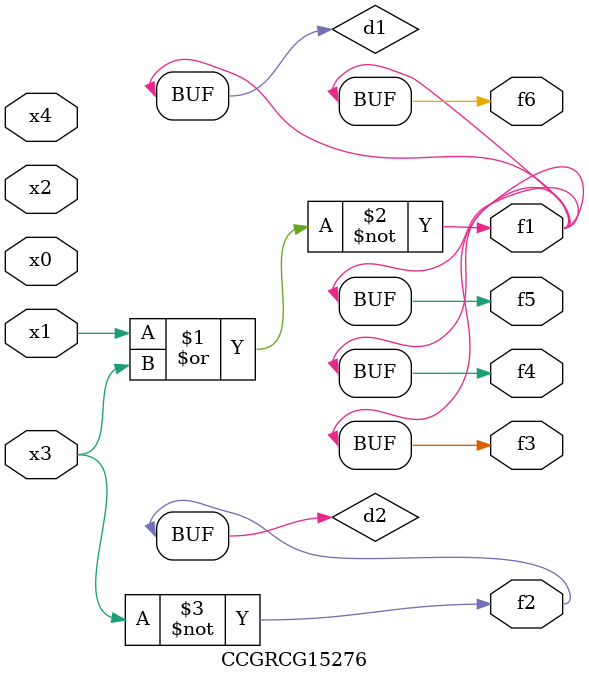
<source format=v>
module CCGRCG15276(
	input x0, x1, x2, x3, x4,
	output f1, f2, f3, f4, f5, f6
);

	wire d1, d2;

	nor (d1, x1, x3);
	not (d2, x3);
	assign f1 = d1;
	assign f2 = d2;
	assign f3 = d1;
	assign f4 = d1;
	assign f5 = d1;
	assign f6 = d1;
endmodule

</source>
